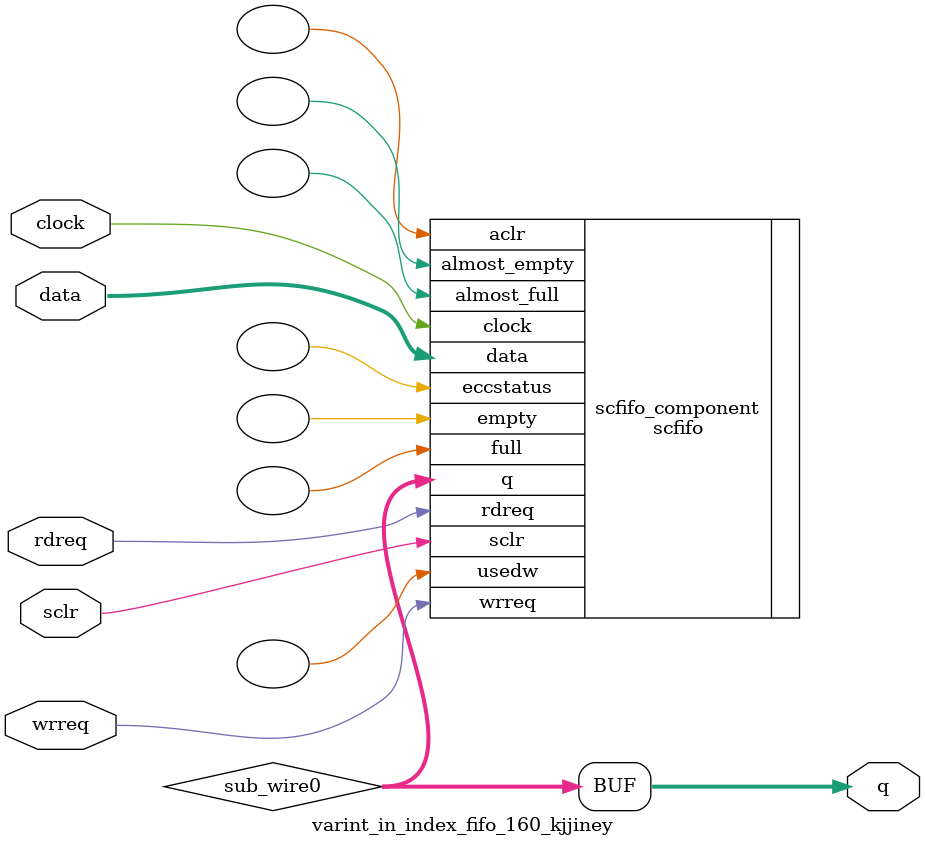
<source format=v>



`timescale 1 ps / 1 ps
// synopsys translate_on
module  varint_in_index_fifo_160_kjjiney  (
    clock,
    data,
    rdreq,
    sclr,
    wrreq,
    q);

    input    clock;
    input  [9:0]  data;
    input    rdreq;
    input    sclr;
    input    wrreq;
    output [9:0]  q;

    wire [9:0] sub_wire0;
    wire [9:0] q = sub_wire0[9:0];

    scfifo  scfifo_component (
                .clock (clock),
                .data (data),
                .rdreq (rdreq),
                .sclr (sclr),
                .wrreq (wrreq),
                .q (sub_wire0),
                .aclr (),
                .almost_empty (),
                .almost_full (),
                .eccstatus (),
                .empty (),
                .full (),
                .usedw ());
    defparam
        scfifo_component.add_ram_output_register  = "ON",
        scfifo_component.enable_ecc  = "FALSE",
        scfifo_component.intended_device_family  = "Arria 10",
        scfifo_component.lpm_numwords  = 1024,
        scfifo_component.lpm_showahead  = "OFF",
        scfifo_component.lpm_type  = "scfifo",
        scfifo_component.lpm_width  = 10,
        scfifo_component.lpm_widthu  = 10,
        scfifo_component.overflow_checking  = "ON",
        scfifo_component.underflow_checking  = "ON",
        scfifo_component.use_eab  = "ON";


endmodule



</source>
